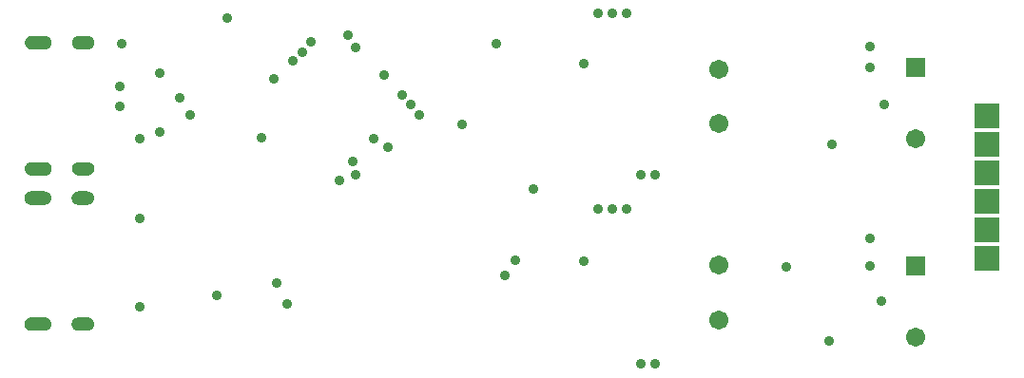
<source format=gbr>
%TF.GenerationSoftware,Altium Limited,Altium Designer,22.1.2 (22)*%
G04 Layer_Color=16711935*
%FSLAX44Y44*%
%MOMM*%
%TF.SameCoordinates,D2A5B157-11BA-4D30-A4C3-CA4352B12235*%
%TF.FilePolarity,Negative*%
%TF.FileFunction,Soldermask,Bot*%
%TF.Part,Single*%
G01*
G75*
%TA.AperFunction,ComponentPad*%
%ADD45C,1.7032*%
%ADD46R,1.7032X1.7032*%
%ADD47R,2.2032X2.2032*%
%TA.AperFunction,ViaPad*%
%ADD48C,0.9032*%
G36*
X311992Y963486D02*
X311967Y963173D01*
X311926Y962861D01*
X311869Y962552D01*
X311796Y962247D01*
X311706Y961946D01*
X311602Y961650D01*
X311481Y961360D01*
X311346Y961076D01*
X311196Y960800D01*
X311032Y960532D01*
X310854Y960273D01*
X310663Y960024D01*
X310459Y959785D01*
X310243Y959557D01*
X310015Y959341D01*
X309776Y959137D01*
X309527Y958946D01*
X309268Y958768D01*
X309000Y958604D01*
X308724Y958454D01*
X308440Y958319D01*
X308150Y958198D01*
X307854Y958094D01*
X307553Y958004D01*
X307248Y957931D01*
X306939Y957874D01*
X306627Y957833D01*
X306314Y957808D01*
X306000Y957800D01*
X294000D01*
X293686Y957808D01*
X293373Y957833D01*
X293061Y957874D01*
X292753Y957931D01*
X292447Y958004D01*
X292146Y958094D01*
X291850Y958198D01*
X291560Y958319D01*
X291276Y958454D01*
X291000Y958604D01*
X290732Y958768D01*
X290473Y958946D01*
X290224Y959137D01*
X289985Y959341D01*
X289757Y959557D01*
X289541Y959785D01*
X289337Y960024D01*
X289146Y960273D01*
X288968Y960532D01*
X288804Y960800D01*
X288654Y961076D01*
X288519Y961360D01*
X288398Y961650D01*
X288294Y961946D01*
X288204Y962247D01*
X288131Y962552D01*
X288074Y962861D01*
X288033Y963173D01*
X288008Y963486D01*
X288000Y963800D01*
X288008Y964114D01*
X288033Y964427D01*
X288074Y964739D01*
X288131Y965048D01*
X288204Y965353D01*
X288294Y965654D01*
X288398Y965950D01*
X288519Y966240D01*
X288654Y966524D01*
X288804Y966800D01*
X288968Y967068D01*
X289146Y967327D01*
X289337Y967576D01*
X289541Y967815D01*
X289757Y968043D01*
X289985Y968259D01*
X290224Y968463D01*
X290473Y968654D01*
X290732Y968832D01*
X291000Y968996D01*
X291276Y969146D01*
X291560Y969281D01*
X291850Y969401D01*
X292146Y969506D01*
X292447Y969595D01*
X292753Y969669D01*
X293061Y969726D01*
X293373Y969767D01*
X293686Y969792D01*
X294000Y969800D01*
X306000D01*
X306314Y969792D01*
X306627Y969767D01*
X306939Y969726D01*
X307248Y969669D01*
X307553Y969595D01*
X307854Y969506D01*
X308150Y969401D01*
X308440Y969281D01*
X308724Y969146D01*
X309000Y968996D01*
X309268Y968832D01*
X309527Y968654D01*
X309776Y968463D01*
X310015Y968259D01*
X310243Y968043D01*
X310459Y967815D01*
X310663Y967576D01*
X310854Y967327D01*
X311032Y967068D01*
X311196Y966800D01*
X311346Y966524D01*
X311481Y966240D01*
X311602Y965950D01*
X311706Y965654D01*
X311796Y965353D01*
X311869Y965048D01*
X311926Y964739D01*
X311967Y964427D01*
X311992Y964114D01*
X312000Y963800D01*
X311992Y963486D01*
D02*
G37*
G36*
X349992D02*
X349967Y963173D01*
X349926Y962861D01*
X349869Y962552D01*
X349796Y962247D01*
X349706Y961946D01*
X349602Y961650D01*
X349481Y961360D01*
X349346Y961076D01*
X349196Y960800D01*
X349032Y960532D01*
X348854Y960273D01*
X348663Y960024D01*
X348459Y959785D01*
X348243Y959557D01*
X348015Y959341D01*
X347776Y959137D01*
X347527Y958946D01*
X347268Y958768D01*
X347000Y958604D01*
X346724Y958454D01*
X346440Y958319D01*
X346150Y958198D01*
X345854Y958094D01*
X345553Y958004D01*
X345247Y957931D01*
X344939Y957874D01*
X344627Y957833D01*
X344314Y957808D01*
X344000Y957800D01*
X336000D01*
X335686Y957808D01*
X335373Y957833D01*
X335061Y957874D01*
X334753Y957931D01*
X334447Y958004D01*
X334146Y958094D01*
X333850Y958198D01*
X333560Y958319D01*
X333276Y958454D01*
X333000Y958604D01*
X332732Y958768D01*
X332473Y958946D01*
X332224Y959137D01*
X331985Y959341D01*
X331757Y959557D01*
X331541Y959785D01*
X331337Y960024D01*
X331146Y960273D01*
X330968Y960532D01*
X330804Y960800D01*
X330654Y961076D01*
X330519Y961360D01*
X330398Y961650D01*
X330294Y961946D01*
X330204Y962247D01*
X330131Y962552D01*
X330074Y962861D01*
X330033Y963173D01*
X330008Y963486D01*
X330000Y963800D01*
X330008Y964114D01*
X330033Y964427D01*
X330074Y964739D01*
X330131Y965048D01*
X330204Y965353D01*
X330294Y965654D01*
X330398Y965950D01*
X330519Y966240D01*
X330654Y966524D01*
X330804Y966800D01*
X330968Y967068D01*
X331146Y967327D01*
X331337Y967576D01*
X331541Y967815D01*
X331757Y968043D01*
X331985Y968259D01*
X332224Y968463D01*
X332473Y968654D01*
X332732Y968832D01*
X333000Y968996D01*
X333276Y969146D01*
X333560Y969281D01*
X333850Y969401D01*
X334146Y969506D01*
X334447Y969595D01*
X334753Y969669D01*
X335061Y969726D01*
X335373Y969767D01*
X335686Y969792D01*
X336000Y969800D01*
X344000D01*
X344314Y969792D01*
X344627Y969767D01*
X344939Y969726D01*
X345247Y969669D01*
X345553Y969595D01*
X345854Y969506D01*
X346150Y969401D01*
X346440Y969281D01*
X346724Y969146D01*
X347000Y968996D01*
X347268Y968832D01*
X347527Y968654D01*
X347776Y968463D01*
X348015Y968259D01*
X348243Y968043D01*
X348459Y967815D01*
X348663Y967576D01*
X348854Y967327D01*
X349032Y967068D01*
X349196Y966800D01*
X349346Y966524D01*
X349481Y966240D01*
X349602Y965950D01*
X349706Y965654D01*
X349796Y965353D01*
X349869Y965048D01*
X349926Y964739D01*
X349967Y964427D01*
X349992Y964114D01*
X350000Y963800D01*
X349992Y963486D01*
D02*
G37*
G36*
X311992Y1075886D02*
X311967Y1075573D01*
X311926Y1075261D01*
X311869Y1074952D01*
X311796Y1074647D01*
X311706Y1074346D01*
X311602Y1074050D01*
X311481Y1073760D01*
X311346Y1073476D01*
X311196Y1073200D01*
X311032Y1072932D01*
X310854Y1072673D01*
X310663Y1072424D01*
X310459Y1072185D01*
X310243Y1071957D01*
X310015Y1071741D01*
X309776Y1071537D01*
X309527Y1071346D01*
X309268Y1071168D01*
X309000Y1071004D01*
X308724Y1070854D01*
X308440Y1070719D01*
X308150Y1070599D01*
X307854Y1070494D01*
X307553Y1070404D01*
X307248Y1070331D01*
X306939Y1070274D01*
X306627Y1070233D01*
X306314Y1070208D01*
X306000Y1070200D01*
X294000D01*
X293686Y1070208D01*
X293373Y1070233D01*
X293061Y1070274D01*
X292753Y1070331D01*
X292447Y1070404D01*
X292146Y1070494D01*
X291850Y1070599D01*
X291560Y1070719D01*
X291276Y1070854D01*
X291000Y1071004D01*
X290732Y1071168D01*
X290473Y1071346D01*
X290224Y1071537D01*
X289985Y1071741D01*
X289757Y1071957D01*
X289541Y1072185D01*
X289337Y1072424D01*
X289146Y1072673D01*
X288968Y1072932D01*
X288804Y1073200D01*
X288654Y1073476D01*
X288519Y1073760D01*
X288398Y1074050D01*
X288294Y1074346D01*
X288204Y1074647D01*
X288131Y1074952D01*
X288074Y1075261D01*
X288033Y1075573D01*
X288008Y1075886D01*
X288000Y1076200D01*
X288008Y1076514D01*
X288033Y1076827D01*
X288074Y1077139D01*
X288131Y1077448D01*
X288204Y1077753D01*
X288294Y1078054D01*
X288398Y1078350D01*
X288519Y1078640D01*
X288654Y1078924D01*
X288804Y1079200D01*
X288968Y1079468D01*
X289146Y1079727D01*
X289337Y1079976D01*
X289541Y1080215D01*
X289757Y1080443D01*
X289985Y1080659D01*
X290224Y1080863D01*
X290473Y1081054D01*
X290732Y1081232D01*
X291000Y1081396D01*
X291276Y1081546D01*
X291560Y1081681D01*
X291850Y1081802D01*
X292146Y1081906D01*
X292447Y1081996D01*
X292753Y1082069D01*
X293061Y1082126D01*
X293373Y1082167D01*
X293686Y1082192D01*
X294000Y1082200D01*
X306000D01*
X306314Y1082192D01*
X306627Y1082167D01*
X306939Y1082126D01*
X307248Y1082069D01*
X307553Y1081996D01*
X307854Y1081906D01*
X308150Y1081802D01*
X308440Y1081681D01*
X308724Y1081546D01*
X309000Y1081396D01*
X309268Y1081232D01*
X309527Y1081054D01*
X309776Y1080863D01*
X310015Y1080659D01*
X310243Y1080443D01*
X310459Y1080215D01*
X310663Y1079976D01*
X310854Y1079727D01*
X311032Y1079468D01*
X311196Y1079200D01*
X311346Y1078924D01*
X311481Y1078640D01*
X311602Y1078350D01*
X311706Y1078054D01*
X311796Y1077753D01*
X311869Y1077448D01*
X311926Y1077139D01*
X311967Y1076827D01*
X311992Y1076514D01*
X312000Y1076200D01*
X311992Y1075886D01*
D02*
G37*
G36*
X349992D02*
X349967Y1075573D01*
X349926Y1075261D01*
X349869Y1074952D01*
X349796Y1074647D01*
X349706Y1074346D01*
X349602Y1074050D01*
X349481Y1073760D01*
X349346Y1073476D01*
X349196Y1073200D01*
X349032Y1072932D01*
X348854Y1072673D01*
X348663Y1072424D01*
X348459Y1072185D01*
X348243Y1071957D01*
X348015Y1071741D01*
X347776Y1071537D01*
X347527Y1071346D01*
X347268Y1071168D01*
X347000Y1071004D01*
X346724Y1070854D01*
X346440Y1070719D01*
X346150Y1070599D01*
X345854Y1070494D01*
X345553Y1070404D01*
X345247Y1070331D01*
X344939Y1070274D01*
X344627Y1070233D01*
X344314Y1070208D01*
X344000Y1070200D01*
X336000D01*
X335686Y1070208D01*
X335373Y1070233D01*
X335061Y1070274D01*
X334753Y1070331D01*
X334447Y1070404D01*
X334146Y1070494D01*
X333850Y1070599D01*
X333560Y1070719D01*
X333276Y1070854D01*
X333000Y1071004D01*
X332732Y1071168D01*
X332473Y1071346D01*
X332224Y1071537D01*
X331985Y1071741D01*
X331757Y1071957D01*
X331541Y1072185D01*
X331337Y1072424D01*
X331146Y1072673D01*
X330968Y1072932D01*
X330804Y1073200D01*
X330654Y1073476D01*
X330519Y1073760D01*
X330398Y1074050D01*
X330294Y1074346D01*
X330204Y1074647D01*
X330131Y1074952D01*
X330074Y1075261D01*
X330033Y1075573D01*
X330008Y1075886D01*
X330000Y1076200D01*
X330008Y1076514D01*
X330033Y1076827D01*
X330074Y1077139D01*
X330131Y1077448D01*
X330204Y1077753D01*
X330294Y1078054D01*
X330398Y1078350D01*
X330519Y1078640D01*
X330654Y1078924D01*
X330804Y1079200D01*
X330968Y1079468D01*
X331146Y1079727D01*
X331337Y1079976D01*
X331541Y1080215D01*
X331757Y1080443D01*
X331985Y1080659D01*
X332224Y1080863D01*
X332473Y1081054D01*
X332732Y1081232D01*
X333000Y1081396D01*
X333276Y1081546D01*
X333560Y1081681D01*
X333850Y1081802D01*
X334146Y1081906D01*
X334447Y1081996D01*
X334753Y1082069D01*
X335061Y1082126D01*
X335373Y1082167D01*
X335686Y1082192D01*
X336000Y1082200D01*
X344000D01*
X344314Y1082192D01*
X344627Y1082167D01*
X344939Y1082126D01*
X345247Y1082069D01*
X345553Y1081996D01*
X345854Y1081906D01*
X346150Y1081802D01*
X346440Y1081681D01*
X346724Y1081546D01*
X347000Y1081396D01*
X347268Y1081232D01*
X347527Y1081054D01*
X347776Y1080863D01*
X348015Y1080659D01*
X348243Y1080443D01*
X348459Y1080215D01*
X348663Y1079976D01*
X348854Y1079727D01*
X349032Y1079468D01*
X349196Y1079200D01*
X349346Y1078924D01*
X349481Y1078640D01*
X349602Y1078350D01*
X349706Y1078054D01*
X349796Y1077753D01*
X349869Y1077448D01*
X349926Y1077139D01*
X349967Y1076827D01*
X349992Y1076514D01*
X350000Y1076200D01*
X349992Y1075886D01*
D02*
G37*
G36*
X312352Y1102046D02*
X312327Y1101733D01*
X312286Y1101421D01*
X312229Y1101113D01*
X312156Y1100807D01*
X312066Y1100506D01*
X311961Y1100210D01*
X311841Y1099920D01*
X311706Y1099636D01*
X311556Y1099360D01*
X311392Y1099092D01*
X311214Y1098833D01*
X311023Y1098584D01*
X310819Y1098345D01*
X310603Y1098117D01*
X310375Y1097901D01*
X310136Y1097697D01*
X309887Y1097506D01*
X309628Y1097328D01*
X309360Y1097164D01*
X309084Y1097014D01*
X308800Y1096879D01*
X308510Y1096758D01*
X308214Y1096654D01*
X307913Y1096564D01*
X307607Y1096491D01*
X307299Y1096434D01*
X306987Y1096393D01*
X306674Y1096368D01*
X306360Y1096360D01*
X294360D01*
X294046Y1096368D01*
X293733Y1096393D01*
X293421Y1096434D01*
X293113Y1096491D01*
X292807Y1096564D01*
X292506Y1096654D01*
X292210Y1096758D01*
X291920Y1096879D01*
X291636Y1097014D01*
X291360Y1097164D01*
X291092Y1097328D01*
X290833Y1097506D01*
X290584Y1097697D01*
X290345Y1097901D01*
X290117Y1098117D01*
X289901Y1098345D01*
X289697Y1098584D01*
X289506Y1098833D01*
X289328Y1099092D01*
X289164Y1099360D01*
X289014Y1099636D01*
X288879Y1099920D01*
X288759Y1100210D01*
X288654Y1100506D01*
X288564Y1100807D01*
X288491Y1101113D01*
X288434Y1101421D01*
X288393Y1101733D01*
X288368Y1102046D01*
X288360Y1102360D01*
X288368Y1102674D01*
X288393Y1102987D01*
X288434Y1103299D01*
X288491Y1103607D01*
X288564Y1103913D01*
X288654Y1104214D01*
X288759Y1104510D01*
X288879Y1104800D01*
X289014Y1105084D01*
X289164Y1105360D01*
X289328Y1105628D01*
X289506Y1105887D01*
X289697Y1106136D01*
X289901Y1106375D01*
X290117Y1106603D01*
X290345Y1106819D01*
X290584Y1107023D01*
X290833Y1107214D01*
X291092Y1107392D01*
X291360Y1107556D01*
X291636Y1107706D01*
X291920Y1107841D01*
X292210Y1107962D01*
X292506Y1108066D01*
X292807Y1108156D01*
X293113Y1108229D01*
X293421Y1108286D01*
X293733Y1108327D01*
X294046Y1108352D01*
X294360Y1108360D01*
X306360D01*
X306674Y1108352D01*
X306987Y1108327D01*
X307299Y1108286D01*
X307607Y1108229D01*
X307913Y1108156D01*
X308214Y1108066D01*
X308510Y1107962D01*
X308800Y1107841D01*
X309084Y1107706D01*
X309360Y1107556D01*
X309628Y1107392D01*
X309887Y1107214D01*
X310136Y1107023D01*
X310375Y1106819D01*
X310603Y1106603D01*
X310819Y1106375D01*
X311023Y1106136D01*
X311214Y1105887D01*
X311392Y1105628D01*
X311556Y1105360D01*
X311706Y1105084D01*
X311841Y1104800D01*
X311961Y1104510D01*
X312066Y1104214D01*
X312156Y1103913D01*
X312229Y1103607D01*
X312286Y1103299D01*
X312327Y1102987D01*
X312352Y1102674D01*
X312360Y1102360D01*
X312352Y1102046D01*
D02*
G37*
G36*
X350352D02*
X350327Y1101733D01*
X350286Y1101421D01*
X350229Y1101113D01*
X350156Y1100807D01*
X350066Y1100506D01*
X349962Y1100210D01*
X349841Y1099920D01*
X349706Y1099636D01*
X349556Y1099360D01*
X349392Y1099092D01*
X349214Y1098833D01*
X349023Y1098584D01*
X348819Y1098345D01*
X348603Y1098117D01*
X348375Y1097901D01*
X348136Y1097697D01*
X347887Y1097506D01*
X347628Y1097328D01*
X347360Y1097164D01*
X347084Y1097014D01*
X346800Y1096879D01*
X346510Y1096758D01*
X346214Y1096654D01*
X345913Y1096564D01*
X345607Y1096491D01*
X345299Y1096434D01*
X344987Y1096393D01*
X344674Y1096368D01*
X344360Y1096360D01*
X336360D01*
X336046Y1096368D01*
X335733Y1096393D01*
X335421Y1096434D01*
X335112Y1096491D01*
X334807Y1096564D01*
X334506Y1096654D01*
X334210Y1096758D01*
X333920Y1096879D01*
X333636Y1097014D01*
X333360Y1097164D01*
X333092Y1097328D01*
X332833Y1097506D01*
X332584Y1097697D01*
X332345Y1097901D01*
X332117Y1098117D01*
X331901Y1098345D01*
X331697Y1098584D01*
X331506Y1098833D01*
X331328Y1099092D01*
X331164Y1099360D01*
X331014Y1099636D01*
X330879Y1099920D01*
X330759Y1100210D01*
X330654Y1100506D01*
X330564Y1100807D01*
X330491Y1101113D01*
X330434Y1101421D01*
X330393Y1101733D01*
X330368Y1102046D01*
X330360Y1102360D01*
X330368Y1102674D01*
X330393Y1102987D01*
X330434Y1103299D01*
X330491Y1103607D01*
X330564Y1103913D01*
X330654Y1104214D01*
X330759Y1104510D01*
X330879Y1104800D01*
X331014Y1105084D01*
X331164Y1105360D01*
X331328Y1105628D01*
X331506Y1105887D01*
X331697Y1106136D01*
X331901Y1106375D01*
X332117Y1106603D01*
X332345Y1106819D01*
X332584Y1107023D01*
X332833Y1107214D01*
X333092Y1107392D01*
X333360Y1107556D01*
X333636Y1107706D01*
X333920Y1107841D01*
X334210Y1107962D01*
X334506Y1108066D01*
X334807Y1108156D01*
X335112Y1108229D01*
X335421Y1108286D01*
X335733Y1108327D01*
X336046Y1108352D01*
X336360Y1108360D01*
X344360D01*
X344674Y1108352D01*
X344987Y1108327D01*
X345299Y1108286D01*
X345607Y1108229D01*
X345913Y1108156D01*
X346214Y1108066D01*
X346510Y1107962D01*
X346800Y1107841D01*
X347084Y1107706D01*
X347360Y1107556D01*
X347628Y1107392D01*
X347887Y1107214D01*
X348136Y1107023D01*
X348375Y1106819D01*
X348603Y1106603D01*
X348819Y1106375D01*
X349023Y1106136D01*
X349214Y1105887D01*
X349392Y1105628D01*
X349556Y1105360D01*
X349706Y1105084D01*
X349841Y1104800D01*
X349962Y1104510D01*
X350066Y1104214D01*
X350156Y1103913D01*
X350229Y1103607D01*
X350286Y1103299D01*
X350327Y1102987D01*
X350352Y1102674D01*
X350360Y1102360D01*
X350352Y1102046D01*
D02*
G37*
G36*
X312352Y1214446D02*
X312327Y1214133D01*
X312286Y1213821D01*
X312229Y1213512D01*
X312156Y1213207D01*
X312066Y1212906D01*
X311961Y1212610D01*
X311841Y1212320D01*
X311706Y1212036D01*
X311556Y1211760D01*
X311392Y1211492D01*
X311214Y1211233D01*
X311023Y1210984D01*
X310819Y1210745D01*
X310603Y1210517D01*
X310375Y1210301D01*
X310136Y1210097D01*
X309887Y1209906D01*
X309628Y1209728D01*
X309360Y1209564D01*
X309084Y1209414D01*
X308800Y1209279D01*
X308510Y1209158D01*
X308214Y1209054D01*
X307913Y1208964D01*
X307607Y1208891D01*
X307299Y1208834D01*
X306987Y1208793D01*
X306674Y1208768D01*
X306360Y1208760D01*
X294360D01*
X294046Y1208768D01*
X293733Y1208793D01*
X293421Y1208834D01*
X293113Y1208891D01*
X292807Y1208964D01*
X292506Y1209054D01*
X292210Y1209158D01*
X291920Y1209279D01*
X291636Y1209414D01*
X291360Y1209564D01*
X291092Y1209728D01*
X290833Y1209906D01*
X290584Y1210097D01*
X290345Y1210301D01*
X290117Y1210517D01*
X289901Y1210745D01*
X289697Y1210984D01*
X289506Y1211233D01*
X289328Y1211492D01*
X289164Y1211760D01*
X289014Y1212036D01*
X288879Y1212320D01*
X288759Y1212610D01*
X288654Y1212906D01*
X288564Y1213207D01*
X288491Y1213512D01*
X288434Y1213821D01*
X288393Y1214133D01*
X288368Y1214446D01*
X288360Y1214760D01*
X288368Y1215074D01*
X288393Y1215387D01*
X288434Y1215699D01*
X288491Y1216007D01*
X288564Y1216313D01*
X288654Y1216614D01*
X288759Y1216910D01*
X288879Y1217200D01*
X289014Y1217484D01*
X289164Y1217760D01*
X289328Y1218028D01*
X289506Y1218287D01*
X289697Y1218536D01*
X289901Y1218775D01*
X290117Y1219003D01*
X290345Y1219219D01*
X290584Y1219423D01*
X290833Y1219614D01*
X291092Y1219792D01*
X291360Y1219956D01*
X291636Y1220106D01*
X291920Y1220241D01*
X292210Y1220361D01*
X292506Y1220466D01*
X292807Y1220555D01*
X293113Y1220629D01*
X293421Y1220686D01*
X293733Y1220727D01*
X294046Y1220752D01*
X294360Y1220760D01*
X306360D01*
X306674Y1220752D01*
X306987Y1220727D01*
X307299Y1220686D01*
X307607Y1220629D01*
X307913Y1220555D01*
X308214Y1220466D01*
X308510Y1220361D01*
X308800Y1220241D01*
X309084Y1220106D01*
X309360Y1219956D01*
X309628Y1219792D01*
X309887Y1219614D01*
X310136Y1219423D01*
X310375Y1219219D01*
X310603Y1219003D01*
X310819Y1218775D01*
X311023Y1218536D01*
X311214Y1218287D01*
X311392Y1218028D01*
X311556Y1217760D01*
X311706Y1217484D01*
X311841Y1217200D01*
X311961Y1216910D01*
X312066Y1216614D01*
X312156Y1216313D01*
X312229Y1216007D01*
X312286Y1215699D01*
X312327Y1215387D01*
X312352Y1215074D01*
X312360Y1214760D01*
X312352Y1214446D01*
D02*
G37*
G36*
X350352D02*
X350327Y1214133D01*
X350286Y1213821D01*
X350229Y1213512D01*
X350156Y1213207D01*
X350066Y1212906D01*
X349962Y1212610D01*
X349841Y1212320D01*
X349706Y1212036D01*
X349556Y1211760D01*
X349392Y1211492D01*
X349214Y1211233D01*
X349023Y1210984D01*
X348819Y1210745D01*
X348603Y1210517D01*
X348375Y1210301D01*
X348136Y1210097D01*
X347887Y1209906D01*
X347628Y1209728D01*
X347360Y1209564D01*
X347084Y1209414D01*
X346800Y1209279D01*
X346510Y1209158D01*
X346214Y1209054D01*
X345913Y1208964D01*
X345607Y1208891D01*
X345299Y1208834D01*
X344987Y1208793D01*
X344674Y1208768D01*
X344360Y1208760D01*
X336360D01*
X336046Y1208768D01*
X335733Y1208793D01*
X335421Y1208834D01*
X335112Y1208891D01*
X334807Y1208964D01*
X334506Y1209054D01*
X334210Y1209158D01*
X333920Y1209279D01*
X333636Y1209414D01*
X333360Y1209564D01*
X333092Y1209728D01*
X332833Y1209906D01*
X332584Y1210097D01*
X332345Y1210301D01*
X332117Y1210517D01*
X331901Y1210745D01*
X331697Y1210984D01*
X331506Y1211233D01*
X331328Y1211492D01*
X331164Y1211760D01*
X331014Y1212036D01*
X330879Y1212320D01*
X330759Y1212610D01*
X330654Y1212906D01*
X330564Y1213207D01*
X330491Y1213512D01*
X330434Y1213821D01*
X330393Y1214133D01*
X330368Y1214446D01*
X330360Y1214760D01*
X330368Y1215074D01*
X330393Y1215387D01*
X330434Y1215699D01*
X330491Y1216007D01*
X330564Y1216313D01*
X330654Y1216614D01*
X330759Y1216910D01*
X330879Y1217200D01*
X331014Y1217484D01*
X331164Y1217760D01*
X331328Y1218028D01*
X331506Y1218287D01*
X331697Y1218536D01*
X331901Y1218775D01*
X332117Y1219003D01*
X332345Y1219219D01*
X332584Y1219423D01*
X332833Y1219614D01*
X333092Y1219792D01*
X333360Y1219956D01*
X333636Y1220106D01*
X333920Y1220241D01*
X334210Y1220361D01*
X334506Y1220466D01*
X334807Y1220555D01*
X335112Y1220629D01*
X335421Y1220686D01*
X335733Y1220727D01*
X336046Y1220752D01*
X336360Y1220760D01*
X344360D01*
X344674Y1220752D01*
X344987Y1220727D01*
X345299Y1220686D01*
X345607Y1220629D01*
X345913Y1220555D01*
X346214Y1220466D01*
X346510Y1220361D01*
X346800Y1220241D01*
X347084Y1220106D01*
X347360Y1219956D01*
X347628Y1219792D01*
X347887Y1219614D01*
X348136Y1219423D01*
X348375Y1219219D01*
X348603Y1219003D01*
X348819Y1218775D01*
X349023Y1218536D01*
X349214Y1218287D01*
X349392Y1218028D01*
X349556Y1217760D01*
X349706Y1217484D01*
X349841Y1217200D01*
X349962Y1216910D01*
X350066Y1216614D01*
X350156Y1216313D01*
X350229Y1216007D01*
X350286Y1215699D01*
X350327Y1215387D01*
X350352Y1215074D01*
X350360Y1214760D01*
X350352Y1214446D01*
D02*
G37*
D45*
X906780Y1016270D02*
D03*
Y967470D02*
D03*
X1082040Y952500D02*
D03*
X906780Y1191260D02*
D03*
Y1142460D02*
D03*
X1082040Y1129030D02*
D03*
D46*
Y1016000D02*
D03*
Y1192530D02*
D03*
D47*
X1145540Y1022350D02*
D03*
Y1149350D02*
D03*
Y1123950D02*
D03*
Y1098550D02*
D03*
Y1073150D02*
D03*
Y1047750D02*
D03*
D48*
X391000Y1058000D02*
D03*
X849630Y928370D02*
D03*
X836930D02*
D03*
X426720Y1165860D02*
D03*
X741680Y1084580D02*
D03*
X373380Y1158240D02*
D03*
X716280Y1007110D02*
D03*
X966470Y1014730D02*
D03*
X459740Y989330D02*
D03*
X725170Y1021080D02*
D03*
X1007110Y1123950D02*
D03*
X1004570Y948690D02*
D03*
X1054100Y1159510D02*
D03*
X1051560Y984250D02*
D03*
X1041400Y1016000D02*
D03*
Y1192530D02*
D03*
Y1040130D02*
D03*
Y1211580D02*
D03*
X535940Y1206500D02*
D03*
X527050Y1198880D02*
D03*
X373380Y1176020D02*
D03*
X408940Y1135380D02*
D03*
X391160Y1129030D02*
D03*
X608330Y1186180D02*
D03*
X640080Y1150620D02*
D03*
X632460Y1159510D02*
D03*
X624840Y1168400D02*
D03*
X612140Y1121410D02*
D03*
X582930Y1097280D02*
D03*
X580390Y1108710D02*
D03*
X568960Y1092200D02*
D03*
X468630Y1236980D02*
D03*
X391160Y979170D02*
D03*
X543560Y1215390D02*
D03*
X374650Y1214120D02*
D03*
X678180Y1141730D02*
D03*
X708660Y1214120D02*
D03*
X499110Y1130300D02*
D03*
X408480Y1187570D02*
D03*
X849630Y1097280D02*
D03*
X836930D02*
D03*
X786130Y1019810D02*
D03*
Y1196340D02*
D03*
X510540Y1182370D02*
D03*
X824230Y1066800D02*
D03*
X811530D02*
D03*
X798830D02*
D03*
X824230Y1240790D02*
D03*
X811530D02*
D03*
X798830D02*
D03*
X435610Y1150620D02*
D03*
X576580Y1221740D02*
D03*
X582930Y1210310D02*
D03*
X599440Y1129030D02*
D03*
X513080Y1000760D02*
D03*
X521970Y981710D02*
D03*
%TF.MD5,b0a094c54be55c15d4751549a6c65ff9*%
M02*

</source>
